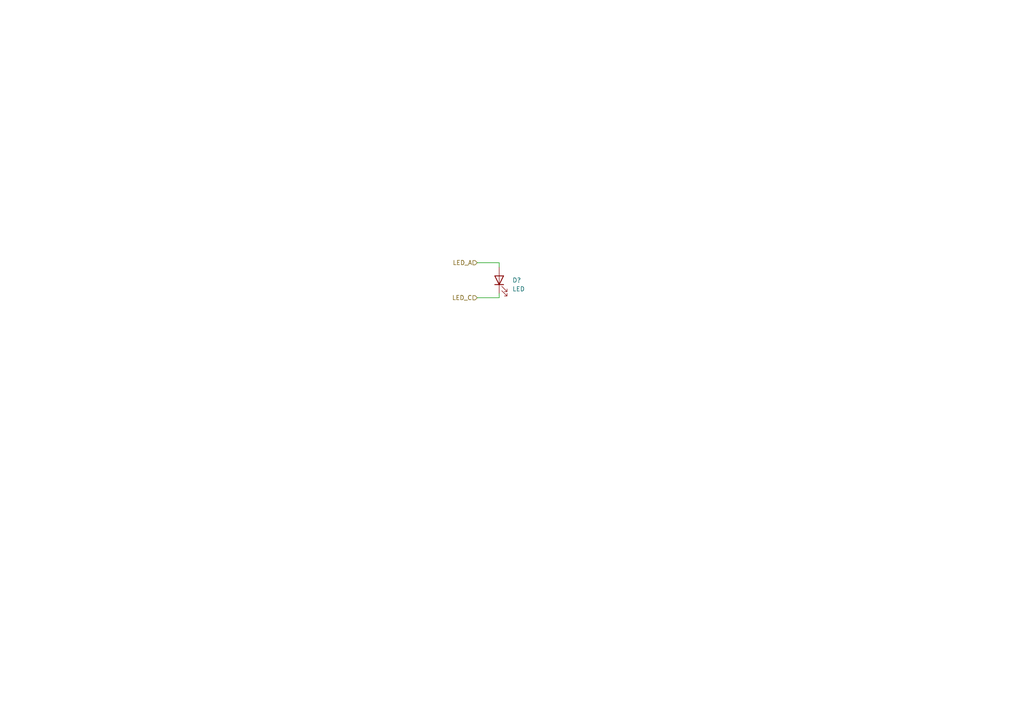
<source format=kicad_sch>
(kicad_sch (version 20201015) (generator eeschema)
  (paper "A4")
  (lib_symbols
    (symbol "Device:LED" (pin_numbers hide) (pin_names (offset 1.016) hide)
      (property "Reference" "D" (at 0 2.54 0))
      (property "Value" "LED" (at 0 -2.54 0))
      (symbol "LED_0_1"
        (polyline (pts (xy -1.27 -1.27) (xy -1.27 1.27)) (stroke (width 0.254)))
        (polyline (pts (xy -1.27 0) (xy 1.27 0)))
        (polyline (pts (xy 1.27 -1.27) (xy 1.27 1.27) (xy -1.27 0) (xy 1.27 -1.27)) (stroke (width 0.254)))
        (polyline (pts (xy -3.048 -0.762) (xy -4.572 -2.286) (xy -3.81 -2.286) (xy -4.572 -2.286) (xy -4.572 -1.524)))
        (polyline (pts (xy -1.778 -0.762) (xy -3.302 -2.286) (xy -2.54 -2.286) (xy -3.302 -2.286) (xy -3.302 -1.524)))
      )
      (symbol "LED_1_1"
        (pin passive line (at -3.81 0 0) (length 2.54) (name "K") (number "1"))
        (pin passive line (at 3.81 0 180) (length 2.54) (name "A") (number "2"))
      )
    )
  )
  (wire (pts (xy 138.43 76.2) (xy 144.78 76.2)))
  (wire (pts (xy 138.43 86.36) (xy 144.78 86.36)))
  (wire (pts (xy 144.78 76.2) (xy 144.78 77.47)))
  (wire (pts (xy 144.78 86.36) (xy 144.78 85.09)))
  (hierarchical_label "LED_A" (shape input) (at 138.43 76.2 180))
  (hierarchical_label "LED_C" (shape input) (at 138.43 86.36 180))
  (symbol (lib_id "Device:LED") (at 144.78 81.28 90)
    (property "Reference" "D?" (at 148.59 81.28 90) (effects (justify right)))
    (property "Value" "LED" (at 148.59 83.82 90) (effects (justify right)))
  )
)
</source>
